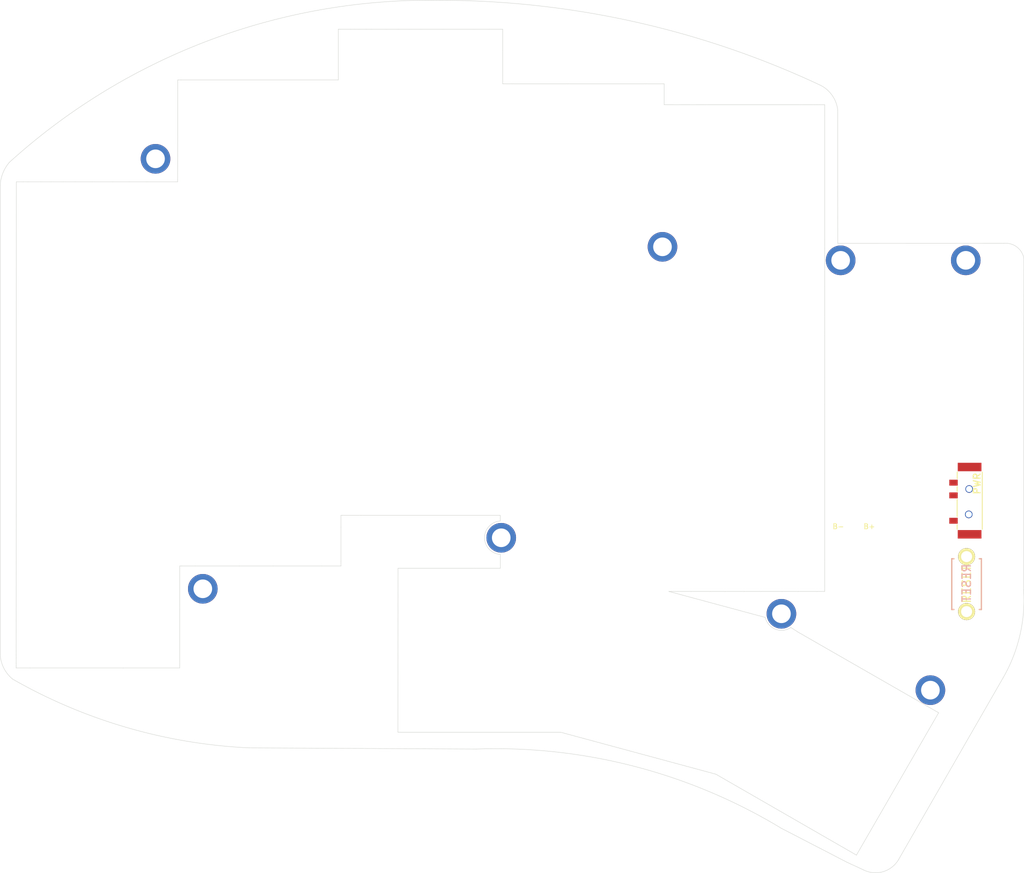
<source format=kicad_pcb>
(kicad_pcb (version 20211014) (generator pcbnew)
  (layers (0 "F.Cu" signal) (31 "B.Cu" signal) (34 "B.Paste" user) (35 "F.Paste" user) (36 "B.SilkS" user "B.Silkscreen") (37 "F.SilkS" user "F.Silkscreen") (38 "B.Mask" user) (39 "F.Mask" user) (44 "Edge.Cuts" user))
  (net 0 "")
  (footprint "" (layer "F.Cu") (at 179.675134 66.814623)
    (fp_text reference "" (at 0 0) (layer "F.SilkS") (effects (font (size 1.27 1.27))))
    (fp_text value "" (at 0 0) (layer "F.SilkS") (effects (font (size 1.27 1.27))))
    (pad "" thru_hole circle (at 0 0) (size 3.5 3.5) (drill 2.2) (layers F&B.Cu *.Mask))
  )
  (footprint "TOTEMlib:MSK12C02" (layer "F.Cu") (at 217.257584 100.678249 180)
    (fp_text reference "PWR" (at 0.42 7.245 90) (layer "F.SilkS") (effects (font (size 0.8 0.8)) (justify right)))
    (fp_text value "SW_SPDT" hide)
    (fp_line (start 2.77 4.96) (end 2.77 5.54) (layer "F.SilkS") (width 0.12))
    (fp_line (start 2.76 6.46) (end 2.76 7.25) (layer "F.SilkS") (width 0.12))
    (fp_line (start 2.77 1.03) (end 2.77 0.5) (layer "F.SilkS") (width 0.12))
    (fp_line (start 2.77 1.99) (end 2.77 4.03) (layer "F.SilkS") (width 0.12))
    (fp_line (start -0.2 7.25) (end -0.2 0.5) (layer "F.SilkS") (width 0.12))
    (pad "" np_thru_hole circle locked (at 1.35 5.25 180) (size 0.9 0.9) (drill 0.7) (layers F&B.Cu *.Mask))
    (pad "" np_thru_hole circle locked (at 1.4 2.25 180) (size 0.9 0.9) (drill 0.7) (layers F&B.Cu *.Mask))
    (pad "1" smd rect locked (at 3.2 1.5 270) (size 0.7 1) (layers "F.Cu" "F.Paste" "F.Mask"))
    (pad "2" smd rect locked (at 3.2 4.5 270) (size 0.7 1) (layers "F.Cu" "F.Paste" "F.Mask"))
    (pad "3" smd rect locked (at 3.2 6 270) (size 0.7 1) (layers "F.Cu" "F.Paste" "F.Mask"))
    (pad "NC" smd rect locked (at 1.3 -0.1 180) (size 2.8 1) (layers "F.Cu" "F.Paste" "F.Mask"))
    (pad "NC" smd rect locked (at 1.3 7.85 180) (size 2.8 1) (layers "F.Cu" "F.Paste" "F.Mask"))
  )
  (footprint "" (layer "F.Cu") (at 160.624628 101.189569)
    (fp_text reference "" (at 0 0) (layer "F.SilkS") (effects (font (size 1.27 1.27))))
    (fp_text value "" (at 0 0) (layer "F.SilkS") (effects (font (size 1.27 1.27))))
    (pad "" thru_hole circle (at 0 0) (size 3.5 3.5) (drill 2.2) (layers F&B.Cu *.Mask))
  )
  (footprint "swoop:M2_hole_3.5mm" (layer "F.Cu") (at 200.724584 68.410164)
    (fp_text reference "Ref**" hide)
    (fp_text value "Val**" hide)
    (pad "" thru_hole circle (at 0 0) (size 3.5 3.5) (drill 2.2) (layers F&B.Cu *.Mask))
  )
  (footprint "" (layer "F.Cu") (at 125.367584 107.217249)
    (fp_text reference "" (at 0 0) (layer "F.SilkS") (effects (font (size 1.27 1.27))))
    (fp_text value "" (at 0 0) (layer "F.SilkS") (effects (font (size 1.27 1.27))))
    (pad "" thru_hole circle (at 0 0) (size 3.5 3.5) (drill 2.2) (layers F&B.Cu *.Mask))
  )
  (footprint "swoop:M2_hole_3.5mm" (layer "F.Cu") (at 215.505909 68.409709)
    (fp_text reference "Ref**" hide)
    (fp_text value "Val**" hide)
    (pad "" thru_hole circle (at 0 0) (size 3.5 3.5) (drill 2.2) (layers F&B.Cu *.Mask))
  )
  (footprint "swoop:M2_hole_3.5mm" (layer "F.Cu") (at 211.328467 119.191454)
    (fp_text reference "Ref**" hide)
    (fp_text value "Val**" hide)
    (pad "" thru_hole circle (at 0 0) (size 3.5 3.5) (drill 2.2) (layers F&B.Cu *.Mask))
  )
  (footprint "" (layer "F.Cu") (at 119.779584 56.417249)
    (fp_text reference "" (at 0 0) (layer "F.SilkS") (effects (font (size 1.27 1.27))))
    (fp_text value "" (at 0 0) (layer "F.SilkS") (effects (font (size 1.27 1.27))))
    (pad "" thru_hole circle (at 0 0) (size 3.5 3.5) (drill 2.2) (layers F&B.Cu *.Mask))
  )
  (footprint "" (layer "F.Cu") (at 193.727945 110.168973)
    (fp_text reference "" (at 0 0) (layer "F.SilkS") (effects (font (size 1.27 1.27))))
    (fp_text value "" (at 0 0) (layer "F.SilkS") (effects (font (size 1.27 1.27))))
    (pad "" thru_hole circle (at 0 0) (size 3.5 3.5) (drill 2.2) (layers F&B.Cu *.Mask))
  )
  (footprint "kbd:ResetSW" (layer "F.Cu") (at 215.604933 106.662885 90)
    (fp_text reference "RSW1" hide)
    (fp_text value "SW_PUSH" hide)
    (fp_text user "RESET" (at 0.127 0 90) (layer "B.SilkS") (effects (justify mirror)))
    (fp_text user "RESET" (at 0 0 90) (layer "F.SilkS"))
    (fp_line (start -3 -1.5) (end -3 -1.75) (layer "B.SilkS") (width 0.15))
    (fp_line (start 3 1.75) (end -3 1.75) (layer "B.SilkS") (width 0.15))
    (fp_line (start -3 -1.75) (end 3 -1.75) (layer "B.SilkS") (width 0.15))
    (fp_line (start 3 -1.75) (end 3 -1.5) (layer "B.SilkS") (width 0.15))
    (fp_line (start -3 1.75) (end -3 1.5) (layer "B.SilkS") (width 0.15))
    (fp_line (start 3 1.5) (end 3 1.75) (layer "B.SilkS") (width 0.15))
    (fp_line (start 3 1.75) (end 3 1.5) (layer "F.SilkS") (width 0.15))
    (fp_line (start 3 -1.75) (end 3 -1.5) (layer "F.SilkS") (width 0.15))
    (fp_line (start -3 1.75) (end 3 1.75) (layer "F.SilkS") (width 0.15))
    (fp_line (start -3 -1.75) (end -3 -1.5) (layer "F.SilkS") (width 0.15))
    (fp_line (start -3 1.75) (end -3 1.5) (layer "F.SilkS") (width 0.15))
    (fp_line (start -3 -1.75) (end 3 -1.75) (layer "F.SilkS") (width 0.15))
    (pad "1" thru_hole circle locked (at 3.25 0 90) (size 2 2) (drill 1.3) (layers F&B.Cu *.Mask "F.SilkS"))
    (pad "2" thru_hole circle locked (at -3.25 0 90) (size 2 2) (drill 1.3) (layers F&B.Cu *.Mask "F.SilkS"))
  )
  (gr_line (start 159.2 41.1) (end 160.8 41.1) (layer "Edge.Cuts") (width 0.05))
  (gr_line (start 187.09 107.53) (end 189.32 107.53) (layer "Edge.Cuts") (width 0.05))
  (gr_line (start 101.430846 59.548694) (end 101.43084 114.948593) (layer "Edge.Cuts") (width 0.05))
  (gr_line (start 189.32 107.53) (end 191.36 107.53) (layer "Edge.Cuts") (width 0.05))
  (gr_line (start 115.98 116.57) (end 122.64 116.57) (layer "Edge.Cuts") (width 0.05))
  (gr_line (start 112.29 59.14) (end 114.7 59.14) (layer "Edge.Cuts") (width 0.05))
  (gr_line (start 122.64 109.04) (end 122.64 104.52) (layer "Edge.Cuts") (width 0.05))
  (gr_line (start 141.85 98.54) (end 144.06 98.54) (layer "Edge.Cuts") (width 0.05))
  (gr_line (start 198.85 85.38) (end 198.85 82.26) (layer "Edge.Cuts") (width 0.05))
  (gr_line (start 198.85 74.91) (end 198.85 71.56) (layer "Edge.Cuts") (width 0.05))
  (gr_line (start 197.97 107.53) (end 198.85 107.53) (layer "Edge.Cuts") (width 0.05))
  (gr_line (start 144.7 41.1) (end 145.3 41.1) (layer "Edge.Cuts") (width 0.05))
  (gr_line (start 200.390846 66.408694) (end 200.380846 50.678694) (layer "Edge.Cuts") (width 0.05))
  (gr_line (start 202.59 138.68) (end 185.98 129.12) (layer "Edge.Cuts") (width 0.05))
  (gr_line (start 198.85 93.61) (end 198.85 87.65) (layer "Edge.Cuts") (width 0.05))
  (gr_line (start 195.72 112.35) (end 194.84 111.79) (layer "Edge.Cuts") (width 0.05))
  (gr_line (start 198.85 103.82) (end 198.85 93.61) (layer "Edge.Cuts") (width 0.05))
  (gr_line (start 198.85 66.94) (end 198.85 65.977932) (layer "Edge.Cuts") (width 0.05))
  (gr_line (start 122.64 104.52) (end 122.88 104.52) (layer "Edge.Cuts") (width 0.05))
  (gr_line (start 153.72 41.1) (end 157.4 41.1) (layer "Edge.Cuts") (width 0.05))
  (gr_line (start 103.31 116) (end 103.31 116.32) (layer "Edge.Cuts") (width 0.05))
  (gr_line (start 122.4 47.1) (end 122.79 47.1) (layer "Edge.Cuts") (width 0.05))
  (gr_arc (start 220.01 66.4) (mid 221.537716 66.82839) (end 222.370846 68.178694) (layer "Edge.Cuts") (width 0.05))
  (gr_line (start 207.560846 139.218694) (end 219.901974 117.7608) (layer "Edge.Cuts") (width 0.05))
  (gr_line (start 104.945 116.57) (end 115.98 116.57) (layer "Edge.Cuts") (width 0.05))
  (gr_line (start 104.15 59.14) (end 104.76 59.14) (layer "Edge.Cuts") (width 0.05))
  (gr_arc (start 153.303025 37.687045) (mid 176.380847 40.22869) (end 198.352482 47.731563) (layer "Edge.Cuts") (width 0.05))
  (gr_arc (start 157.652201 126.150609) (mid 176.375991 128.19861) (end 193.730846 135.518694) (layer "Edge.Cuts") (width 0.05))
  (gr_line (start 179.87 47.56) (end 179.87 50.02) (layer "Edge.Cuts") (width 0.05))
  (gr_line (start 183.05 107.53) (end 185.35 107.53) (layer "Edge.Cuts") (width 0.05))
  (gr_line (start 184.81 50.03) (end 196.03 50.03) (layer "Edge.Cuts") (width 0.05))
  (gr_line (start 198.85 68.37) (end 198.85 66.94) (layer "Edge.Cuts") (width 0.05))
  (gr_arc (start 198.352482 47.731563) (mid 199.740757 48.94766) (end 200.380846 50.678694) (layer "Edge.Cuts") (width 0.05))
  (gr_line (start 201.480846 139.528694) (end 193.730846 135.518694) (layer "Edge.Cuts") (width 0.05))
  (gr_line (start 144.06 98.54) (end 160.51 98.54) (layer "Edge.Cuts") (width 0.05))
  (gr_line (start 198.85 107.53) (end 198.85 107.3) (layer "Edge.Cuts") (width 0.05))
  (gr_line (start 198.85 50.03) (end 198.85 51.282069) (layer "Edge.Cuts") (width 0.05))
  (gr_line (start 141.69 103.96) (end 141.69 99.94) (layer "Edge.Cuts") (width 0.05))
  (gr_line (start 191.82 110.6) (end 180.43 107.53) (layer "Edge.Cuts") (width 0.05))
  (gr_line (start 198.85 77.31) (end 198.85 76.53) (layer "Edge.Cuts") (width 0.05))
  (gr_line (start 185.98 129.12) (end 167.63 124.16) (layer "Edge.Cuts") (width 0.05))
  (gr_line (start 143.79 41.1) (end 144.7 41.1) (layer "Edge.Cuts") (width 0.05))
  (gr_line (start 107.45 59.14) (end 108.87 59.14) (layer "Edge.Cuts") (width 0.05))
  (gr_line (start 122.4 48.38) (end 122.4 47.1) (layer "Edge.Cuts") (width 0.05))
  (gr_line (start 147.04 41.1) (end 148.47 41.1) (layer "Edge.Cuts") (width 0.05))
  (gr_line (start 168.54 47.56) (end 177.75 47.56) (layer "Edge.Cuts") (width 0.05))
  (gr_line (start 179.87 50.02) (end 184.81 50.03) (layer "Edge.Cuts") (width 0.05))
  (gr_line (start 177.75 47.56) (end 179.87 47.56) (layer "Edge.Cuts") (width 0.05))
  (gr_line (start 122.88 104.52) (end 124.48 104.52) (layer "Edge.Cuts") (width 0.05))
  (gr_line (start 103.31 115.37) (end 103.31 116) (layer "Edge.Cuts") (width 0.05))
  (gr_line (start 198.85 82.26) (end 198.85 80.12) (layer "Edge.Cuts") (width 0.05))
  (gr_arc (start 160.52 103.15) (mid 158.653194 101.184728) (end 160.51 99.21) (layer "Edge.Cuts") (width 0.05))
  (gr_line (start 198.85 69.75) (end 198.85 68.37) (layer "Edge.Cuts") (width 0.05))
  (gr_line (start 124.48 104.52) (end 129.69 104.52) (layer "Edge.Cuts") (width 0.05))
  (gr_line (start 180.43 107.53) (end 180.7 107.53) (layer "Edge.Cuts") (width 0.05))
  (gr_line (start 104.76 59.14) (end 106.21 59.14) (layer "Edge.Cuts") (width 0.05))
  (gr_line (start 103.31 116.57) (end 104.945 116.57) (layer "Edge.Cuts") (width 0.05))
  (gr_line (start 157.51 104.79) (end 148.43 104.79) (layer "Edge.Cuts") (width 0.05))
  (gr_line (start 160.8 41.1) (end 160.8 43.58) (layer "Edge.Cuts") (width 0.05))
  (gr_line (start 133.7 104.52) (end 139.41 104.52) (layer "Edge.Cuts") (width 0.05))
  (gr_line (start 141.69 104.52) (end 141.69 103.96) (layer "Edge.Cuts") (width 0.05))
  (gr_line (start 122.64 116.57) (end 122.64 116.09) (layer "Edge.Cuts") (width 0.05))
  (gr_line (start 122.64 109.59) (end 122.64 109.04) (layer "Edge.Cuts") (width 0.05))
  (gr_line (start 142.82 41.1) (end 143.33 41.1) (layer "Edge.Cuts") (width 0.05))
  (gr_line (start 202.59 138.68) (end 212.3 121.86) (layer "Edge.Cuts") (width 0.05))
  (gr_line (start 160.51 98.54) (end 160.51 99.21) (layer "Edge.Cuts") (width 0.05))
  (gr_line (start 141.38 47.1) (end 141.38 46.37) (layer "Edge.Cuts") (width 0.05))
  (gr_line (start 122.4 53.62) (end 122.4 48.38) (layer "Edge.Cuts") (width 0.05))
  (gr_line (start 160.8 43.58) (end 160.8 46.54) (layer "Edge.Cuts") (width 0.05))
  (gr_line (start 160.52 103.15) (end 160.52 103.44) (layer "Edge.Cuts") (width 0.05))
  (gr_line (start 198.85 76.53) (end 198.85 74.91) (layer "Edge.Cuts") (width 0.05))
  (gr_line (start 200.390846 66.408694) (end 220.01 66.4) (layer "Edge.Cuts") (width 0.05))
  (gr_line (start 198.85 86.83) (end 198.85 85.38) (layer "Edge.Cuts") (width 0.05))
  (gr_line (start 195.7 107.53) (end 197.97 107.53) (layer "Edge.Cuts") (width 0.05))
  (gr_line (start 122.79 47.1) (end 141.38 47.1) (layer "Edge.Cuts") (width 0.05))
  (gr_line (start 110.32 59.14) (end 112.29 59.14) (layer "Edge.Cuts") (width 0.05))
  (gr_line (start 196.03 50.03) (end 197.58 50.03) (layer "Edge.Cuts") (width 0.05))
  (gr_line (start 201.480846 139.528694) (end 203.450846 140.438694) (layer "Edge.Cuts") (width 0.05))
  (gr_line (start 197.58 50.03) (end 198.3 50.03) (layer "Edge.Cuts") (width 0.05))
  (gr_line (start 118.82 59.14) (end 122.39 59.14) (layer "Edge.Cuts") (width 0.05))
  (gr_line (start 198.85 80.12) (end 198.85 77.31) (layer "Edge.Cuts") (width 0.05))
  (gr_line (start 212.3 121.86) (end 195.72 112.35) (layer "Edge.Cuts") (width 0.05))
  (gr_arc (start 207.560846 139.218694) (mid 205.745213 140.635091) (end 203.450846 140.438694) (layer "Edge.Cuts") (width 0.05))
  (gr_line (start 139.41 104.52) (end 141.69 104.52) (layer "Edge.Cuts") (width 0.05))
  (gr_line (start 141.38 46.37) (end 141.38 41.1) (layer "Edge.Cuts") (width 0.05))
  (gr_line (start 191.36 107.53) (end 193.8 107.53) (layer "Edge.Cuts") (width 0.05))
  (gr_line (start 103.31 116.47) (end 103.31 116.57) (layer "Edge.Cuts") (width 0.05))
  (gr_line (start 222.370846 68.178694) (end 222.340846 107.338694) (layer "Edge.Cuts") (width 0.05))
  (gr_line (start 160.8 46.54) (end 160.8 47.56) (layer "Edge.Cuts") (width 0.05))
  (gr_line (start 143.33 41.1) (end 143.79 41.1) (layer "Edge.Cuts") (width 0.05))
  (gr_line (start 160.8 47.56) (end 161.87 47.56) (layer "Edge.Cuts") (width 0.05))
  (gr_line (start 198.85 71.56) (end 198.85 69.75) (layer "Edge.Cuts") (width 0.05))
  (gr_line (start 116.7 59.14) (end 118.82 59.14) (layer "Edge.Cuts") (width 0.05))
  (gr_line (start 103.31 115.03) (end 103.31 115.37) (layer "Edge.Cuts") (width 0.05))
  (gr_arc (start 130.840846 126.008694) (mid 116.389181 123.606049) (end 102.900846 117.888694) (layer "Edge.Cuts") (width 0.05))
  (gr_line (start 167.63 124.16) (end 148.42 124.16) (layer "Edge.Cuts") (width 0.05))
  (gr_line (start 160.52 104.79) (end 157.51 104.79) (layer "Edge.Cuts") (width 0.05))
  (gr_line (start 161.87 47.56) (end 168.54 47.56) (layer "Edge.Cuts") (width 0.05))
  (gr_line (start 157.652201 126.150609) (end 130.840846 126.008694) (layer "Edge.Cuts") (width 0.05))
  (gr_line (start 122.64 116.09) (end 122.64 109.59) (layer "Edge.Cuts") (width 0.05))
  (gr_line (start 157.4 41.1) (end 159.2 41.1) (layer "Edge.Cuts") (width 0.05))
  (gr_line (start 185.35 107.53) (end 187.09 107.53) (layer "Edge.Cuts") (width 0.05))
  (gr_line (start 151.17 41.1) (end 153.72 41.1) (layer "Edge.Cuts") (width 0.05))
  (gr_line (start 193.8 107.53) (end 195.7 107.53) (layer "Edge.Cuts") (width 0.05))
  (gr_line (start 180.7 107.53) (end 183.05 107.53) (layer "Edge.Cuts") (width 0.05))
  (gr_line (start 198.85 107.3) (end 198.85 106.8) (layer "Edge.Cuts") (width 0.05))
  (gr_line (start 141.38 41.1) (end 142.82 41.1) (layer "Edge.Cuts") (width 0.05))
  (gr_line (start 148.47 41.1) (end 149.83 41.1) (layer "Edge.Cuts") (width 0.05))
  (gr_line (start 122.39 59.14) (end 122.39 58.88) (layer "Edge.Cuts") (width 0.05))
  (gr_line (start 148.43 104.79) (end 148.42 124.16) (layer "Edge.Cuts") (width 0.05))
  (gr_line (start 198.85 106.8) (end 198.85 103.82) (layer "Edge.Cuts") (width 0.05))
  (gr_arc (start 101.430846 59.548694) (mid 101.748971 58.096095) (end 102.520447 56.824848) (layer "Edge.Cuts") (width 0.05))
  (gr_line (start 141.69 98.54) (end 141.85 98.54) (layer "Edge.Cuts") (width 0.05))
  (gr_line (start 108.87 59.14) (end 110.32 59.14) (layer "Edge.Cuts") (width 0.05))
  (gr_arc (start 102.520447 56.824848) (mid 126.092182 42.42772) (end 153.303025 37.687045) (layer "Edge.Cuts") (width 0.05))
  (gr_line (start 103.309994 114.529899) (end 103.31 115.03) (layer "Edge.Cuts") (width 0.05))
  (gr_line (start 149.83 41.1) (end 151.17 41.1) (layer "Edge.Cuts") (width 0.05))
  (gr_arc (start 222.340846 107.338694) (mid 221.895059 112.730789) (end 219.901974 117.7608) (layer "Edge.Cuts") (width 0.05))
  (gr_line (start 103.31 116.32) (end 103.31 116.47) (layer "Edge.Cuts") (width 0.05))
  (gr_line (start 103.34 59.14) (end 103.309994 114.529899) (layer "Edge.Cuts") (width 0.05))
  (gr_line (start 160.52 103.44) (end 160.52 104.79) (layer "Edge.Cuts") (width 0.05))
  (gr_line (start 198.85 65.977932) (end 198.85 51.282069) (layer "Edge.Cuts") (width 0.05))
  (gr_line (start 122.39 58.88) (end 122.4 53.62) (layer "Edge.Cuts") (width 0.05))
  (gr_line (start 198.3 50.03) (end 198.85 50.03) (layer "Edge.Cuts") (width 0.05))
  (gr_line (start 198.85 87.65) (end 198.85 86.83) (layer "Edge.Cuts") (width 0.05))
  (gr_line (start 129.69 104.52) (end 133.7 104.52) (layer "Edge.Cuts") (width 0.05))
  (gr_line (start 103.34 59.14) (end 104.15 59.14) (layer "Edge.Cuts") (width 0.05))
  (gr_line (start 106.21 59.14) (end 107.45 59.14) (layer "Edge.Cuts") (width 0.05))
  (gr_line (start 145.3 41.1) (end 147.04 41.1) (layer "Edge.Cuts") (width 0.05))
  (gr_arc (start 102.900846 117.888694) (mid 101.851265 116.575928) (end 101.43084 114.948593) (layer "Edge.Cuts") (width 0.05))
  (gr_line (start 114.7 59.14) (end 116.7 59.14) (layer "Edge.Cuts") (width 0.05))
  (gr_arc (start 194.84 111.79) (mid 193.017429 111.988241) (end 191.82 110.6) (layer "Edge.Cuts") (width 0.05))
  (gr_line (start 141.69 99.94) (end 141.69 98.54) (layer "Edge.Cuts") (width 0.05))
  (gr_text "B+" (at 204.107584 99.851249) (layer "F.SilkS") (effects (font (size 0.6 0.6) (thickness 0.1))))
  (gr_text "B-" (at 200.447584 99.851249) (layer "F.SilkS") (effects (font (size 0.6 0.6) (thickness 0.1))))
)
</source>
